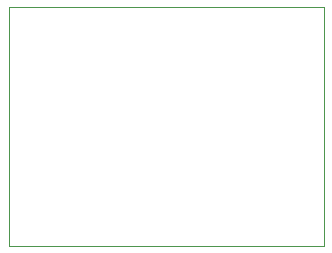
<source format=gbr>
%TF.GenerationSoftware,KiCad,Pcbnew,7.0.1*%
%TF.CreationDate,2023-06-12T23:03:10-04:00*%
%TF.ProjectId,SD Card Activity,53442043-6172-4642-9041-637469766974,rev?*%
%TF.SameCoordinates,Original*%
%TF.FileFunction,Profile,NP*%
%FSLAX46Y46*%
G04 Gerber Fmt 4.6, Leading zero omitted, Abs format (unit mm)*
G04 Created by KiCad (PCBNEW 7.0.1) date 2023-06-12 23:03:10*
%MOMM*%
%LPD*%
G01*
G04 APERTURE LIST*
%TA.AperFunction,Profile*%
%ADD10C,0.100000*%
%TD*%
G04 APERTURE END LIST*
D10*
X134622000Y-59900000D02*
X161300000Y-59900000D01*
X161300000Y-80200000D01*
X134622000Y-80200000D01*
X134622000Y-59900000D01*
M02*

</source>
